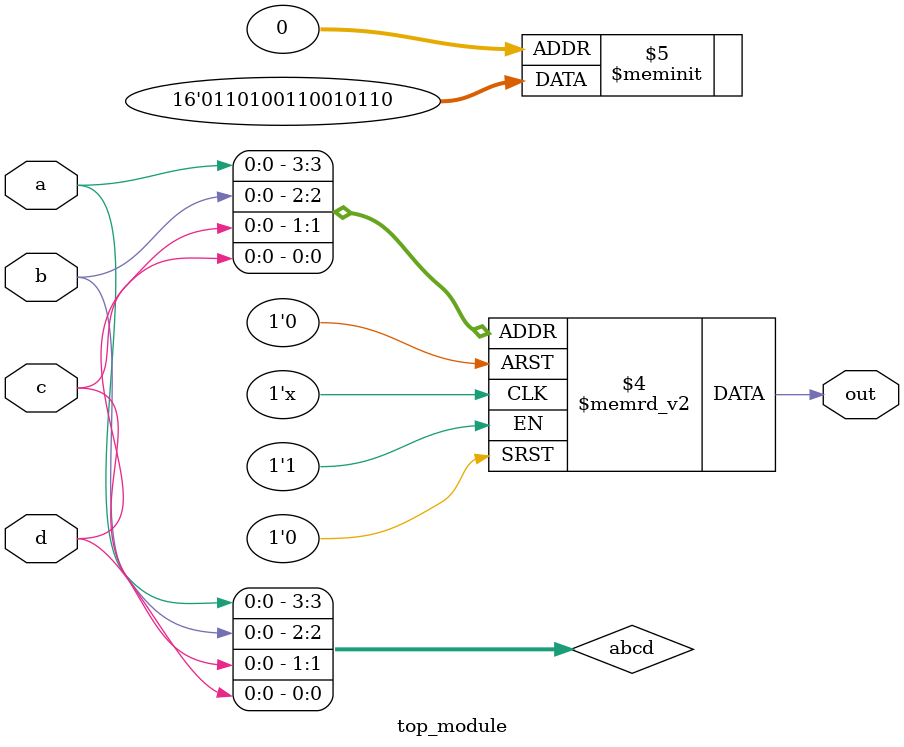
<source format=v>

module top_module(
    input a,
    input b,
    input c,
    input d,
    output out  ); 

    wire [3:0] abcd = {a, b, c, d};
    always @(*) case (abcd)
        4'b0010, 4'b0001, 4'b0100, 4'b0111, 4'b1110, 4'b1101, 4'b1000, 4'b1011: out = 1'b1;
        default: out = 1'b0;
    endcase
endmodule


</source>
